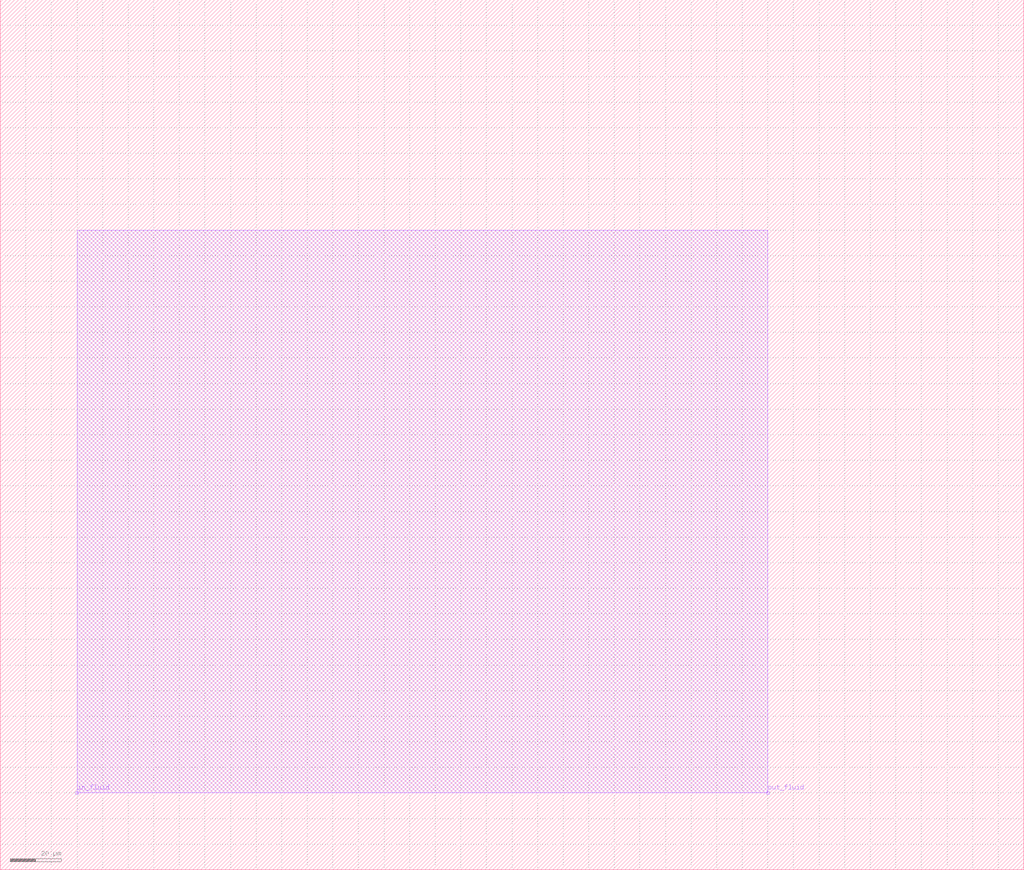
<source format=lef>
MACRO p_serpentine_0_50_200
  CLASS CORE ;
  ORIGIN  0 0 ;
  FOREIGN p_serpentine 0 0 ;
  SIZE 160 BY 340 ;
  SYMMETRY X Y ;
  SITE CoreSite ;
  PIN in_fluid
    DIRECTION INPUT ;
    USE SIGNAL ;
    PORT
      LAYER met1 ;
        RECT 29.5 29.5 30.5 30.5 ;
    END
  END in_fluid
  PIN out_fluid
    DIRECTION OUTPUT ;
    USE SIGNAL ;
    PORT
      LAYER met1 ;
        RECT 99.5 29.5 100.5 30.5 ;
    END
  END out_fluid
  OBS
    LAYER met1 ;
      RECT 30 30 100 250 ;
  END
  PROPERTY CatenaDesignType "deviceLevel" ;
END p_serpentine_0_50_200

MACRO p_serpentine_0_150_200
  CLASS CORE ;
  ORIGIN  0 0 ;
  FOREIGN p_serpentine 0 0 ;
  SIZE 280 BY 340 ;
  SYMMETRY X Y ;
  SITE CoreSite ;
  PIN in_fluid
    DIRECTION INPUT ;
    USE SIGNAL ;
    PORT
      LAYER met1 ;
        RECT 29.5 29.5 30.5 30.5 ;
    END
  END in_fluid
  PIN out_fluid
    DIRECTION OUTPUT ;
    USE SIGNAL ;
    PORT
      LAYER met1 ;
        RECT 199.5 29.5 200.5 30.5 ;
    END
  END out_fluid
  OBS
    LAYER met1 ;
      RECT 30 30 200 250 ;
  END
  PROPERTY CatenaDesignType "deviceLevel" ;
END p_serpentine_0_150_200

MACRO p_serpentine_0_250_200
  CLASS CORE ;
  ORIGIN  0 0 ;
  FOREIGN p_serpentine 0 0 ;
  SIZE 400 BY 340 ;
  SYMMETRY X Y ;
  SITE CoreSite ;
  PIN in_fluid
    DIRECTION INPUT ;
    USE SIGNAL ;
    PORT
      LAYER met1 ;
        RECT 29.5 29.5 30.5 30.5 ;
    END
  END in_fluid
  PIN out_fluid
    DIRECTION OUTPUT ;
    USE SIGNAL ;
    PORT
      LAYER met1 ;
        RECT 299.5 29.5 300.5 30.5 ;
    END
  END out_fluid
  OBS
    LAYER met1 ;
      RECT 30 30 300 250 ;
  END
  PROPERTY CatenaDesignType "deviceLevel" ;
END p_serpentine_0_250_200


</source>
